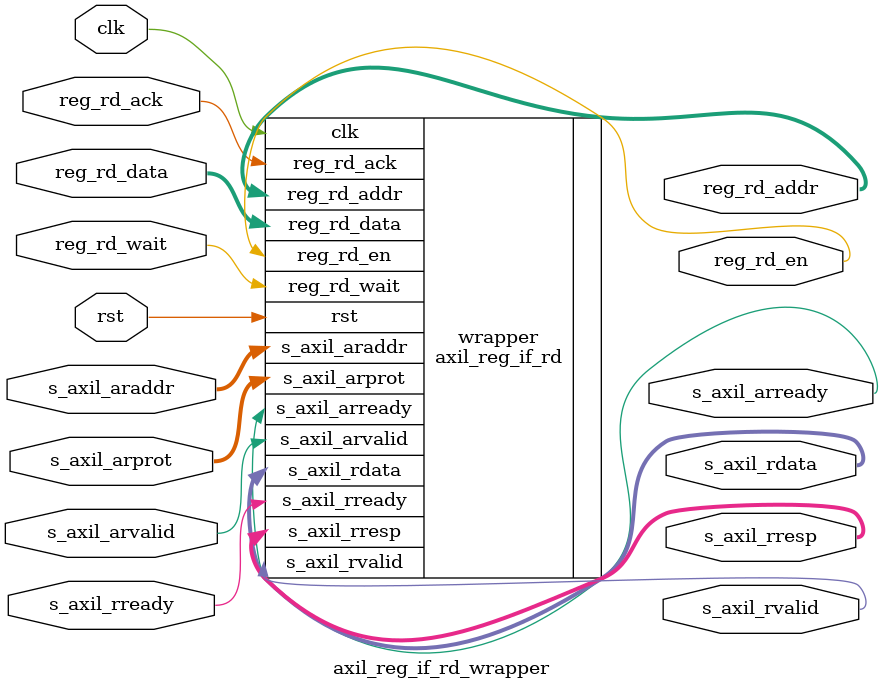
<source format=v>
`resetall
`timescale 1ns/1ps
`default_nettype none

/*
 * AXI lite register interface module (read)
 */
module axil_reg_if_rd_wrapper #
(
    // Width of data bus in bits
    parameter DATA_WIDTH = 32,
    // Width of address bus in bits
    parameter ADDR_WIDTH = 32,
    // Width of wstrb (width of data bus in words)
    parameter STRB_WIDTH = (DATA_WIDTH/8),
    // Timeout delay (cycles)
    parameter TIMEOUT = 4
)
(
    input  wire                   clk,
    input  wire                   rst,

    /*
     * AXI-Lite slave interface
     */
    input  wire [ADDR_WIDTH-1:0]  s_axil_araddr,
    input  wire [2:0]             s_axil_arprot,
    input  wire                   s_axil_arvalid,
    output wire                   s_axil_arready,
    output wire [DATA_WIDTH-1:0]  s_axil_rdata,
    output wire [1:0]             s_axil_rresp,
    output wire                   s_axil_rvalid,
    input  wire                   s_axil_rready,

    /*
     * Register interface
     */
    output wire [ADDR_WIDTH-1:0]  reg_rd_addr,
    output wire                   reg_rd_en,
    input  wire [DATA_WIDTH-1:0]  reg_rd_data,
    input  wire                   reg_rd_wait,
    input  wire                   reg_rd_ack
);

  axil_reg_if_rd #(
    .DATA_WIDTH       (DATA_WIDTH),
    .ADDR_WIDTH       (ADDR_WIDTH)
  ) wrapper (
    .clk              (clk),
    .rst              (rst),
    .s_axil_araddr    (s_axil_araddr),
    .s_axil_arprot    (s_axil_arprot),
    .s_axil_arvalid   (s_axil_arvalid),
    .s_axil_arready   (s_axil_arready),
    .s_axil_rdata     (s_axil_rdata),
    .s_axil_rresp     (s_axil_rresp),
    .s_axil_rvalid    (s_axil_rvalid),
    .s_axil_rready    (s_axil_rready),
    .reg_rd_addr      (reg_rd_addr),
    .reg_rd_en        (reg_rd_en),
    .reg_rd_data      (reg_rd_data),
    .reg_rd_wait      (reg_rd_wait),
    .reg_rd_ack       (reg_rd_ack)
  );
endmodule

`resetall

</source>
